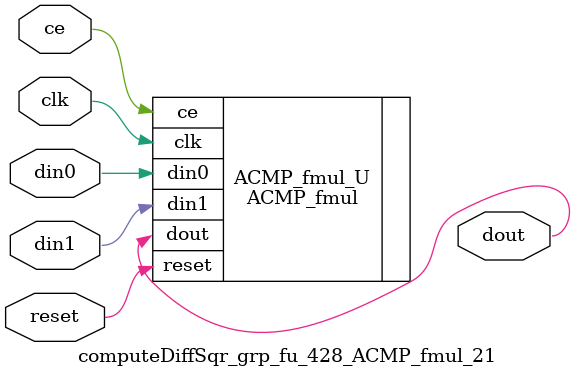
<source format=v>

`timescale 1 ns / 1 ps
module computeDiffSqr_grp_fu_428_ACMP_fmul_21(
    clk,
    reset,
    ce,
    din0,
    din1,
    dout);

parameter ID = 32'd1;
parameter NUM_STAGE = 32'd1;
parameter din0_WIDTH = 32'd1;
parameter din1_WIDTH = 32'd1;
parameter dout_WIDTH = 32'd1;
input clk;
input reset;
input ce;
input[din0_WIDTH - 1:0] din0;
input[din1_WIDTH - 1:0] din1;
output[dout_WIDTH - 1:0] dout;



ACMP_fmul #(
.ID( ID ),
.NUM_STAGE( 4 ),
.din0_WIDTH( din0_WIDTH ),
.din1_WIDTH( din1_WIDTH ),
.dout_WIDTH( dout_WIDTH ))
ACMP_fmul_U(
    .clk( clk ),
    .reset( reset ),
    .ce( ce ),
    .din0( din0 ),
    .din1( din1 ),
    .dout( dout ));

endmodule

</source>
